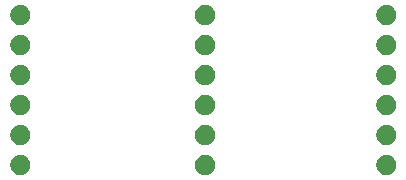
<source format=gbr>
G04 #@! TF.GenerationSoftware,KiCad,Pcbnew,5.0.2+dfsg1-1~bpo9+1*
G04 #@! TF.CreationDate,2019-05-22T19:19:29+01:00*
G04 #@! TF.ProjectId,arduboy_flashcart,61726475-626f-4795-9f66-6c6173686361,rev?*
G04 #@! TF.SameCoordinates,Original*
G04 #@! TF.FileFunction,Soldermask,Top*
G04 #@! TF.FilePolarity,Negative*
%FSLAX46Y46*%
G04 Gerber Fmt 4.6, Leading zero omitted, Abs format (unit mm)*
G04 Created by KiCad (PCBNEW 5.0.2+dfsg1-1~bpo9+1) date Wed 22 May 2019 19:19:29 BST*
%MOMM*%
%LPD*%
G01*
G04 APERTURE LIST*
%ADD10C,0.100000*%
G04 APERTURE END LIST*
D10*
G36*
X101873628Y-55976103D02*
X102028500Y-56040253D01*
X102167881Y-56133385D01*
X102286415Y-56251919D01*
X102379547Y-56391300D01*
X102443697Y-56546172D01*
X102476400Y-56710584D01*
X102476400Y-56878216D01*
X102443697Y-57042628D01*
X102379547Y-57197500D01*
X102286415Y-57336881D01*
X102167881Y-57455415D01*
X102028500Y-57548547D01*
X101873628Y-57612697D01*
X101709216Y-57645400D01*
X101541584Y-57645400D01*
X101377172Y-57612697D01*
X101222300Y-57548547D01*
X101082919Y-57455415D01*
X100964385Y-57336881D01*
X100871253Y-57197500D01*
X100807103Y-57042628D01*
X100774400Y-56878216D01*
X100774400Y-56710584D01*
X100807103Y-56546172D01*
X100871253Y-56391300D01*
X100964385Y-56251919D01*
X101082919Y-56133385D01*
X101222300Y-56040253D01*
X101377172Y-55976103D01*
X101541584Y-55943400D01*
X101709216Y-55943400D01*
X101873628Y-55976103D01*
X101873628Y-55976103D01*
G37*
G36*
X132861628Y-55976103D02*
X133016500Y-56040253D01*
X133155881Y-56133385D01*
X133274415Y-56251919D01*
X133367547Y-56391300D01*
X133431697Y-56546172D01*
X133464400Y-56710584D01*
X133464400Y-56878216D01*
X133431697Y-57042628D01*
X133367547Y-57197500D01*
X133274415Y-57336881D01*
X133155881Y-57455415D01*
X133016500Y-57548547D01*
X132861628Y-57612697D01*
X132697216Y-57645400D01*
X132529584Y-57645400D01*
X132365172Y-57612697D01*
X132210300Y-57548547D01*
X132070919Y-57455415D01*
X131952385Y-57336881D01*
X131859253Y-57197500D01*
X131795103Y-57042628D01*
X131762400Y-56878216D01*
X131762400Y-56710584D01*
X131795103Y-56546172D01*
X131859253Y-56391300D01*
X131952385Y-56251919D01*
X132070919Y-56133385D01*
X132210300Y-56040253D01*
X132365172Y-55976103D01*
X132529584Y-55943400D01*
X132697216Y-55943400D01*
X132861628Y-55976103D01*
X132861628Y-55976103D01*
G37*
G36*
X117520028Y-55976103D02*
X117674900Y-56040253D01*
X117814281Y-56133385D01*
X117932815Y-56251919D01*
X118025947Y-56391300D01*
X118090097Y-56546172D01*
X118122800Y-56710584D01*
X118122800Y-56878216D01*
X118090097Y-57042628D01*
X118025947Y-57197500D01*
X117932815Y-57336881D01*
X117814281Y-57455415D01*
X117674900Y-57548547D01*
X117520028Y-57612697D01*
X117355616Y-57645400D01*
X117187984Y-57645400D01*
X117023572Y-57612697D01*
X116868700Y-57548547D01*
X116729319Y-57455415D01*
X116610785Y-57336881D01*
X116517653Y-57197500D01*
X116453503Y-57042628D01*
X116420800Y-56878216D01*
X116420800Y-56710584D01*
X116453503Y-56546172D01*
X116517653Y-56391300D01*
X116610785Y-56251919D01*
X116729319Y-56133385D01*
X116868700Y-56040253D01*
X117023572Y-55976103D01*
X117187984Y-55943400D01*
X117355616Y-55943400D01*
X117520028Y-55976103D01*
X117520028Y-55976103D01*
G37*
G36*
X101873628Y-53436103D02*
X102028500Y-53500253D01*
X102167881Y-53593385D01*
X102286415Y-53711919D01*
X102379547Y-53851300D01*
X102443697Y-54006172D01*
X102476400Y-54170584D01*
X102476400Y-54338216D01*
X102443697Y-54502628D01*
X102379547Y-54657500D01*
X102286415Y-54796881D01*
X102167881Y-54915415D01*
X102028500Y-55008547D01*
X101873628Y-55072697D01*
X101709216Y-55105400D01*
X101541584Y-55105400D01*
X101377172Y-55072697D01*
X101222300Y-55008547D01*
X101082919Y-54915415D01*
X100964385Y-54796881D01*
X100871253Y-54657500D01*
X100807103Y-54502628D01*
X100774400Y-54338216D01*
X100774400Y-54170584D01*
X100807103Y-54006172D01*
X100871253Y-53851300D01*
X100964385Y-53711919D01*
X101082919Y-53593385D01*
X101222300Y-53500253D01*
X101377172Y-53436103D01*
X101541584Y-53403400D01*
X101709216Y-53403400D01*
X101873628Y-53436103D01*
X101873628Y-53436103D01*
G37*
G36*
X117520028Y-53436103D02*
X117674900Y-53500253D01*
X117814281Y-53593385D01*
X117932815Y-53711919D01*
X118025947Y-53851300D01*
X118090097Y-54006172D01*
X118122800Y-54170584D01*
X118122800Y-54338216D01*
X118090097Y-54502628D01*
X118025947Y-54657500D01*
X117932815Y-54796881D01*
X117814281Y-54915415D01*
X117674900Y-55008547D01*
X117520028Y-55072697D01*
X117355616Y-55105400D01*
X117187984Y-55105400D01*
X117023572Y-55072697D01*
X116868700Y-55008547D01*
X116729319Y-54915415D01*
X116610785Y-54796881D01*
X116517653Y-54657500D01*
X116453503Y-54502628D01*
X116420800Y-54338216D01*
X116420800Y-54170584D01*
X116453503Y-54006172D01*
X116517653Y-53851300D01*
X116610785Y-53711919D01*
X116729319Y-53593385D01*
X116868700Y-53500253D01*
X117023572Y-53436103D01*
X117187984Y-53403400D01*
X117355616Y-53403400D01*
X117520028Y-53436103D01*
X117520028Y-53436103D01*
G37*
G36*
X132861628Y-53436103D02*
X133016500Y-53500253D01*
X133155881Y-53593385D01*
X133274415Y-53711919D01*
X133367547Y-53851300D01*
X133431697Y-54006172D01*
X133464400Y-54170584D01*
X133464400Y-54338216D01*
X133431697Y-54502628D01*
X133367547Y-54657500D01*
X133274415Y-54796881D01*
X133155881Y-54915415D01*
X133016500Y-55008547D01*
X132861628Y-55072697D01*
X132697216Y-55105400D01*
X132529584Y-55105400D01*
X132365172Y-55072697D01*
X132210300Y-55008547D01*
X132070919Y-54915415D01*
X131952385Y-54796881D01*
X131859253Y-54657500D01*
X131795103Y-54502628D01*
X131762400Y-54338216D01*
X131762400Y-54170584D01*
X131795103Y-54006172D01*
X131859253Y-53851300D01*
X131952385Y-53711919D01*
X132070919Y-53593385D01*
X132210300Y-53500253D01*
X132365172Y-53436103D01*
X132529584Y-53403400D01*
X132697216Y-53403400D01*
X132861628Y-53436103D01*
X132861628Y-53436103D01*
G37*
G36*
X132861628Y-50896103D02*
X133016500Y-50960253D01*
X133155881Y-51053385D01*
X133274415Y-51171919D01*
X133367547Y-51311300D01*
X133431697Y-51466172D01*
X133464400Y-51630584D01*
X133464400Y-51798216D01*
X133431697Y-51962628D01*
X133367547Y-52117500D01*
X133274415Y-52256881D01*
X133155881Y-52375415D01*
X133016500Y-52468547D01*
X132861628Y-52532697D01*
X132697216Y-52565400D01*
X132529584Y-52565400D01*
X132365172Y-52532697D01*
X132210300Y-52468547D01*
X132070919Y-52375415D01*
X131952385Y-52256881D01*
X131859253Y-52117500D01*
X131795103Y-51962628D01*
X131762400Y-51798216D01*
X131762400Y-51630584D01*
X131795103Y-51466172D01*
X131859253Y-51311300D01*
X131952385Y-51171919D01*
X132070919Y-51053385D01*
X132210300Y-50960253D01*
X132365172Y-50896103D01*
X132529584Y-50863400D01*
X132697216Y-50863400D01*
X132861628Y-50896103D01*
X132861628Y-50896103D01*
G37*
G36*
X117520028Y-50896103D02*
X117674900Y-50960253D01*
X117814281Y-51053385D01*
X117932815Y-51171919D01*
X118025947Y-51311300D01*
X118090097Y-51466172D01*
X118122800Y-51630584D01*
X118122800Y-51798216D01*
X118090097Y-51962628D01*
X118025947Y-52117500D01*
X117932815Y-52256881D01*
X117814281Y-52375415D01*
X117674900Y-52468547D01*
X117520028Y-52532697D01*
X117355616Y-52565400D01*
X117187984Y-52565400D01*
X117023572Y-52532697D01*
X116868700Y-52468547D01*
X116729319Y-52375415D01*
X116610785Y-52256881D01*
X116517653Y-52117500D01*
X116453503Y-51962628D01*
X116420800Y-51798216D01*
X116420800Y-51630584D01*
X116453503Y-51466172D01*
X116517653Y-51311300D01*
X116610785Y-51171919D01*
X116729319Y-51053385D01*
X116868700Y-50960253D01*
X117023572Y-50896103D01*
X117187984Y-50863400D01*
X117355616Y-50863400D01*
X117520028Y-50896103D01*
X117520028Y-50896103D01*
G37*
G36*
X101873628Y-50896103D02*
X102028500Y-50960253D01*
X102167881Y-51053385D01*
X102286415Y-51171919D01*
X102379547Y-51311300D01*
X102443697Y-51466172D01*
X102476400Y-51630584D01*
X102476400Y-51798216D01*
X102443697Y-51962628D01*
X102379547Y-52117500D01*
X102286415Y-52256881D01*
X102167881Y-52375415D01*
X102028500Y-52468547D01*
X101873628Y-52532697D01*
X101709216Y-52565400D01*
X101541584Y-52565400D01*
X101377172Y-52532697D01*
X101222300Y-52468547D01*
X101082919Y-52375415D01*
X100964385Y-52256881D01*
X100871253Y-52117500D01*
X100807103Y-51962628D01*
X100774400Y-51798216D01*
X100774400Y-51630584D01*
X100807103Y-51466172D01*
X100871253Y-51311300D01*
X100964385Y-51171919D01*
X101082919Y-51053385D01*
X101222300Y-50960253D01*
X101377172Y-50896103D01*
X101541584Y-50863400D01*
X101709216Y-50863400D01*
X101873628Y-50896103D01*
X101873628Y-50896103D01*
G37*
G36*
X132861628Y-48356103D02*
X133016500Y-48420253D01*
X133155881Y-48513385D01*
X133274415Y-48631919D01*
X133367547Y-48771300D01*
X133431697Y-48926172D01*
X133464400Y-49090584D01*
X133464400Y-49258216D01*
X133431697Y-49422628D01*
X133367547Y-49577500D01*
X133274415Y-49716881D01*
X133155881Y-49835415D01*
X133016500Y-49928547D01*
X132861628Y-49992697D01*
X132697216Y-50025400D01*
X132529584Y-50025400D01*
X132365172Y-49992697D01*
X132210300Y-49928547D01*
X132070919Y-49835415D01*
X131952385Y-49716881D01*
X131859253Y-49577500D01*
X131795103Y-49422628D01*
X131762400Y-49258216D01*
X131762400Y-49090584D01*
X131795103Y-48926172D01*
X131859253Y-48771300D01*
X131952385Y-48631919D01*
X132070919Y-48513385D01*
X132210300Y-48420253D01*
X132365172Y-48356103D01*
X132529584Y-48323400D01*
X132697216Y-48323400D01*
X132861628Y-48356103D01*
X132861628Y-48356103D01*
G37*
G36*
X101873628Y-48356103D02*
X102028500Y-48420253D01*
X102167881Y-48513385D01*
X102286415Y-48631919D01*
X102379547Y-48771300D01*
X102443697Y-48926172D01*
X102476400Y-49090584D01*
X102476400Y-49258216D01*
X102443697Y-49422628D01*
X102379547Y-49577500D01*
X102286415Y-49716881D01*
X102167881Y-49835415D01*
X102028500Y-49928547D01*
X101873628Y-49992697D01*
X101709216Y-50025400D01*
X101541584Y-50025400D01*
X101377172Y-49992697D01*
X101222300Y-49928547D01*
X101082919Y-49835415D01*
X100964385Y-49716881D01*
X100871253Y-49577500D01*
X100807103Y-49422628D01*
X100774400Y-49258216D01*
X100774400Y-49090584D01*
X100807103Y-48926172D01*
X100871253Y-48771300D01*
X100964385Y-48631919D01*
X101082919Y-48513385D01*
X101222300Y-48420253D01*
X101377172Y-48356103D01*
X101541584Y-48323400D01*
X101709216Y-48323400D01*
X101873628Y-48356103D01*
X101873628Y-48356103D01*
G37*
G36*
X117520028Y-48356103D02*
X117674900Y-48420253D01*
X117814281Y-48513385D01*
X117932815Y-48631919D01*
X118025947Y-48771300D01*
X118090097Y-48926172D01*
X118122800Y-49090584D01*
X118122800Y-49258216D01*
X118090097Y-49422628D01*
X118025947Y-49577500D01*
X117932815Y-49716881D01*
X117814281Y-49835415D01*
X117674900Y-49928547D01*
X117520028Y-49992697D01*
X117355616Y-50025400D01*
X117187984Y-50025400D01*
X117023572Y-49992697D01*
X116868700Y-49928547D01*
X116729319Y-49835415D01*
X116610785Y-49716881D01*
X116517653Y-49577500D01*
X116453503Y-49422628D01*
X116420800Y-49258216D01*
X116420800Y-49090584D01*
X116453503Y-48926172D01*
X116517653Y-48771300D01*
X116610785Y-48631919D01*
X116729319Y-48513385D01*
X116868700Y-48420253D01*
X117023572Y-48356103D01*
X117187984Y-48323400D01*
X117355616Y-48323400D01*
X117520028Y-48356103D01*
X117520028Y-48356103D01*
G37*
G36*
X132861628Y-45816103D02*
X133016500Y-45880253D01*
X133155881Y-45973385D01*
X133274415Y-46091919D01*
X133367547Y-46231300D01*
X133431697Y-46386172D01*
X133464400Y-46550584D01*
X133464400Y-46718216D01*
X133431697Y-46882628D01*
X133367547Y-47037500D01*
X133274415Y-47176881D01*
X133155881Y-47295415D01*
X133016500Y-47388547D01*
X132861628Y-47452697D01*
X132697216Y-47485400D01*
X132529584Y-47485400D01*
X132365172Y-47452697D01*
X132210300Y-47388547D01*
X132070919Y-47295415D01*
X131952385Y-47176881D01*
X131859253Y-47037500D01*
X131795103Y-46882628D01*
X131762400Y-46718216D01*
X131762400Y-46550584D01*
X131795103Y-46386172D01*
X131859253Y-46231300D01*
X131952385Y-46091919D01*
X132070919Y-45973385D01*
X132210300Y-45880253D01*
X132365172Y-45816103D01*
X132529584Y-45783400D01*
X132697216Y-45783400D01*
X132861628Y-45816103D01*
X132861628Y-45816103D01*
G37*
G36*
X101873628Y-45816103D02*
X102028500Y-45880253D01*
X102167881Y-45973385D01*
X102286415Y-46091919D01*
X102379547Y-46231300D01*
X102443697Y-46386172D01*
X102476400Y-46550584D01*
X102476400Y-46718216D01*
X102443697Y-46882628D01*
X102379547Y-47037500D01*
X102286415Y-47176881D01*
X102167881Y-47295415D01*
X102028500Y-47388547D01*
X101873628Y-47452697D01*
X101709216Y-47485400D01*
X101541584Y-47485400D01*
X101377172Y-47452697D01*
X101222300Y-47388547D01*
X101082919Y-47295415D01*
X100964385Y-47176881D01*
X100871253Y-47037500D01*
X100807103Y-46882628D01*
X100774400Y-46718216D01*
X100774400Y-46550584D01*
X100807103Y-46386172D01*
X100871253Y-46231300D01*
X100964385Y-46091919D01*
X101082919Y-45973385D01*
X101222300Y-45880253D01*
X101377172Y-45816103D01*
X101541584Y-45783400D01*
X101709216Y-45783400D01*
X101873628Y-45816103D01*
X101873628Y-45816103D01*
G37*
G36*
X117520028Y-45816103D02*
X117674900Y-45880253D01*
X117814281Y-45973385D01*
X117932815Y-46091919D01*
X118025947Y-46231300D01*
X118090097Y-46386172D01*
X118122800Y-46550584D01*
X118122800Y-46718216D01*
X118090097Y-46882628D01*
X118025947Y-47037500D01*
X117932815Y-47176881D01*
X117814281Y-47295415D01*
X117674900Y-47388547D01*
X117520028Y-47452697D01*
X117355616Y-47485400D01*
X117187984Y-47485400D01*
X117023572Y-47452697D01*
X116868700Y-47388547D01*
X116729319Y-47295415D01*
X116610785Y-47176881D01*
X116517653Y-47037500D01*
X116453503Y-46882628D01*
X116420800Y-46718216D01*
X116420800Y-46550584D01*
X116453503Y-46386172D01*
X116517653Y-46231300D01*
X116610785Y-46091919D01*
X116729319Y-45973385D01*
X116868700Y-45880253D01*
X117023572Y-45816103D01*
X117187984Y-45783400D01*
X117355616Y-45783400D01*
X117520028Y-45816103D01*
X117520028Y-45816103D01*
G37*
G36*
X132861628Y-43276103D02*
X133016500Y-43340253D01*
X133155881Y-43433385D01*
X133274415Y-43551919D01*
X133367547Y-43691300D01*
X133431697Y-43846172D01*
X133464400Y-44010584D01*
X133464400Y-44178216D01*
X133431697Y-44342628D01*
X133367547Y-44497500D01*
X133274415Y-44636881D01*
X133155881Y-44755415D01*
X133016500Y-44848547D01*
X132861628Y-44912697D01*
X132697216Y-44945400D01*
X132529584Y-44945400D01*
X132365172Y-44912697D01*
X132210300Y-44848547D01*
X132070919Y-44755415D01*
X131952385Y-44636881D01*
X131859253Y-44497500D01*
X131795103Y-44342628D01*
X131762400Y-44178216D01*
X131762400Y-44010584D01*
X131795103Y-43846172D01*
X131859253Y-43691300D01*
X131952385Y-43551919D01*
X132070919Y-43433385D01*
X132210300Y-43340253D01*
X132365172Y-43276103D01*
X132529584Y-43243400D01*
X132697216Y-43243400D01*
X132861628Y-43276103D01*
X132861628Y-43276103D01*
G37*
G36*
X101873628Y-43276103D02*
X102028500Y-43340253D01*
X102167881Y-43433385D01*
X102286415Y-43551919D01*
X102379547Y-43691300D01*
X102443697Y-43846172D01*
X102476400Y-44010584D01*
X102476400Y-44178216D01*
X102443697Y-44342628D01*
X102379547Y-44497500D01*
X102286415Y-44636881D01*
X102167881Y-44755415D01*
X102028500Y-44848547D01*
X101873628Y-44912697D01*
X101709216Y-44945400D01*
X101541584Y-44945400D01*
X101377172Y-44912697D01*
X101222300Y-44848547D01*
X101082919Y-44755415D01*
X100964385Y-44636881D01*
X100871253Y-44497500D01*
X100807103Y-44342628D01*
X100774400Y-44178216D01*
X100774400Y-44010584D01*
X100807103Y-43846172D01*
X100871253Y-43691300D01*
X100964385Y-43551919D01*
X101082919Y-43433385D01*
X101222300Y-43340253D01*
X101377172Y-43276103D01*
X101541584Y-43243400D01*
X101709216Y-43243400D01*
X101873628Y-43276103D01*
X101873628Y-43276103D01*
G37*
G36*
X117520028Y-43276103D02*
X117674900Y-43340253D01*
X117814281Y-43433385D01*
X117932815Y-43551919D01*
X118025947Y-43691300D01*
X118090097Y-43846172D01*
X118122800Y-44010584D01*
X118122800Y-44178216D01*
X118090097Y-44342628D01*
X118025947Y-44497500D01*
X117932815Y-44636881D01*
X117814281Y-44755415D01*
X117674900Y-44848547D01*
X117520028Y-44912697D01*
X117355616Y-44945400D01*
X117187984Y-44945400D01*
X117023572Y-44912697D01*
X116868700Y-44848547D01*
X116729319Y-44755415D01*
X116610785Y-44636881D01*
X116517653Y-44497500D01*
X116453503Y-44342628D01*
X116420800Y-44178216D01*
X116420800Y-44010584D01*
X116453503Y-43846172D01*
X116517653Y-43691300D01*
X116610785Y-43551919D01*
X116729319Y-43433385D01*
X116868700Y-43340253D01*
X117023572Y-43276103D01*
X117187984Y-43243400D01*
X117355616Y-43243400D01*
X117520028Y-43276103D01*
X117520028Y-43276103D01*
G37*
M02*

</source>
